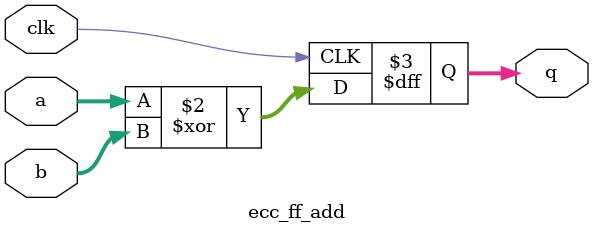
<source format=v>



module ecc_ff_add(clk, a, b, q);
parameter m=163;

input clk;
input [m-1:0] a, b;
output [m-1:0] q;

reg [m-1:0] q;

always @(posedge clk)
	q = a ^ b;

endmodule

</source>
